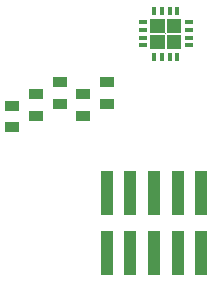
<source format=gbp>
%FSLAX44Y44*%
%MOMM*%
G71*
G01*
G75*
G04 Layer_Color=128*
%ADD10R,6.0000X2.5000*%
%ADD11R,4.0000X6.9850*%
%ADD12R,2.5000X6.0000*%
%ADD13R,6.9850X4.0000*%
%ADD14C,1.0000*%
%ADD15C,0.2540*%
%ADD16C,5.0000*%
%ADD17C,1.0000*%
%ADD18C,1.8000*%
%ADD19C,4.0000*%
%ADD20C,1.2700*%
%ADD21R,1.0200X3.8000*%
%ADD22R,1.2192X0.8128*%
%ADD23R,0.3556X0.7620*%
%ADD24R,0.7620X0.3556*%
%ADD25R,2.7940X2.7940*%
%ADD26C,0.2730*%
%ADD27R,6.2032X2.7032*%
%ADD28R,4.2032X7.1882*%
%ADD29R,2.7032X6.2032*%
%ADD30R,7.1882X4.2032*%
%ADD31C,5.2032*%
%ADD32C,1.2032*%
%ADD33C,2.0032*%
%ADD34C,4.2032*%
%ADD35C,1.4732*%
%ADD36R,1.1200X3.9000*%
%ADD37R,1.4224X1.0160*%
%ADD38R,0.5588X0.9652*%
%ADD39R,0.9652X0.5588*%
%ADD40R,2.9972X2.9972*%
%ADD41R,0.0254X0.0254*%
G36*
X422970Y1467030D02*
X411000D01*
Y1479000D01*
X422970D01*
Y1467030D01*
D02*
G37*
G36*
X409000D02*
X397030D01*
Y1479000D01*
X409000D01*
Y1467030D01*
D02*
G37*
G36*
X422970Y1481000D02*
X411000D01*
Y1492970D01*
X422970D01*
Y1481000D01*
D02*
G37*
G36*
X409000D02*
X397030D01*
Y1492970D01*
X409000D01*
Y1481000D01*
D02*
G37*
D21*
X360000Y1345350D02*
D03*
Y1294650D02*
D03*
X380000Y1345350D02*
D03*
Y1294650D02*
D03*
X400000Y1345350D02*
D03*
Y1294650D02*
D03*
X420000Y1345350D02*
D03*
Y1294650D02*
D03*
X440000Y1345350D02*
D03*
Y1294650D02*
D03*
D22*
X300000Y1429000D02*
D03*
Y1410856D02*
D03*
X320000Y1439000D02*
D03*
Y1420856D02*
D03*
X340000Y1429000D02*
D03*
Y1410856D02*
D03*
X360000Y1439000D02*
D03*
Y1420856D02*
D03*
X280000Y1419000D02*
D03*
Y1400856D02*
D03*
D23*
X419750Y1460315D02*
D03*
X413250D02*
D03*
X406750D02*
D03*
X400250D02*
D03*
Y1499685D02*
D03*
X406750D02*
D03*
X413250D02*
D03*
X419750D02*
D03*
D24*
X390315Y1470250D02*
D03*
Y1476750D02*
D03*
Y1483250D02*
D03*
Y1489750D02*
D03*
X429685D02*
D03*
Y1483250D02*
D03*
Y1476750D02*
D03*
Y1470250D02*
D03*
D41*
X410000Y1480000D02*
D03*
M02*

</source>
